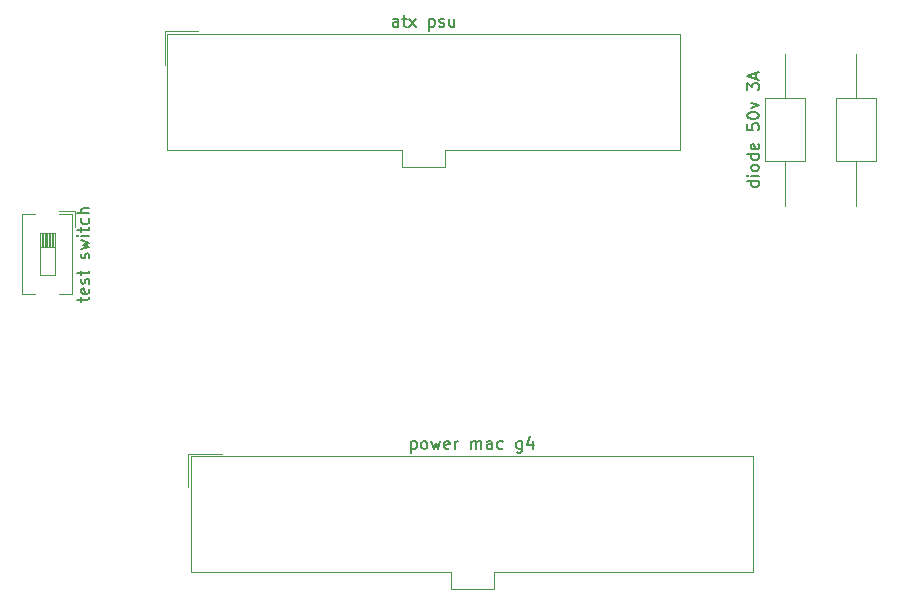
<source format=gbr>
%TF.GenerationSoftware,KiCad,Pcbnew,8.0.1*%
%TF.CreationDate,2024-05-07T20:14:08+02:00*%
%TF.ProjectId,atx,6174782e-6b69-4636-9164-5f7063625858,rev?*%
%TF.SameCoordinates,Original*%
%TF.FileFunction,Legend,Top*%
%TF.FilePolarity,Positive*%
%FSLAX46Y46*%
G04 Gerber Fmt 4.6, Leading zero omitted, Abs format (unit mm)*
G04 Created by KiCad (PCBNEW 8.0.1) date 2024-05-07 20:14:08*
%MOMM*%
%LPD*%
G01*
G04 APERTURE LIST*
%ADD10C,0.150000*%
%ADD11C,0.120000*%
G04 APERTURE END LIST*
D10*
X77398152Y-70033809D02*
X77398152Y-69652857D01*
X77064819Y-69890952D02*
X77921961Y-69890952D01*
X77921961Y-69890952D02*
X78017200Y-69843333D01*
X78017200Y-69843333D02*
X78064819Y-69748095D01*
X78064819Y-69748095D02*
X78064819Y-69652857D01*
X78017200Y-68938571D02*
X78064819Y-69033809D01*
X78064819Y-69033809D02*
X78064819Y-69224285D01*
X78064819Y-69224285D02*
X78017200Y-69319523D01*
X78017200Y-69319523D02*
X77921961Y-69367142D01*
X77921961Y-69367142D02*
X77541009Y-69367142D01*
X77541009Y-69367142D02*
X77445771Y-69319523D01*
X77445771Y-69319523D02*
X77398152Y-69224285D01*
X77398152Y-69224285D02*
X77398152Y-69033809D01*
X77398152Y-69033809D02*
X77445771Y-68938571D01*
X77445771Y-68938571D02*
X77541009Y-68890952D01*
X77541009Y-68890952D02*
X77636247Y-68890952D01*
X77636247Y-68890952D02*
X77731485Y-69367142D01*
X78017200Y-68509999D02*
X78064819Y-68414761D01*
X78064819Y-68414761D02*
X78064819Y-68224285D01*
X78064819Y-68224285D02*
X78017200Y-68129047D01*
X78017200Y-68129047D02*
X77921961Y-68081428D01*
X77921961Y-68081428D02*
X77874342Y-68081428D01*
X77874342Y-68081428D02*
X77779104Y-68129047D01*
X77779104Y-68129047D02*
X77731485Y-68224285D01*
X77731485Y-68224285D02*
X77731485Y-68367142D01*
X77731485Y-68367142D02*
X77683866Y-68462380D01*
X77683866Y-68462380D02*
X77588628Y-68509999D01*
X77588628Y-68509999D02*
X77541009Y-68509999D01*
X77541009Y-68509999D02*
X77445771Y-68462380D01*
X77445771Y-68462380D02*
X77398152Y-68367142D01*
X77398152Y-68367142D02*
X77398152Y-68224285D01*
X77398152Y-68224285D02*
X77445771Y-68129047D01*
X77398152Y-67795713D02*
X77398152Y-67414761D01*
X77064819Y-67652856D02*
X77921961Y-67652856D01*
X77921961Y-67652856D02*
X78017200Y-67605237D01*
X78017200Y-67605237D02*
X78064819Y-67509999D01*
X78064819Y-67509999D02*
X78064819Y-67414761D01*
X78017200Y-66367141D02*
X78064819Y-66271903D01*
X78064819Y-66271903D02*
X78064819Y-66081427D01*
X78064819Y-66081427D02*
X78017200Y-65986189D01*
X78017200Y-65986189D02*
X77921961Y-65938570D01*
X77921961Y-65938570D02*
X77874342Y-65938570D01*
X77874342Y-65938570D02*
X77779104Y-65986189D01*
X77779104Y-65986189D02*
X77731485Y-66081427D01*
X77731485Y-66081427D02*
X77731485Y-66224284D01*
X77731485Y-66224284D02*
X77683866Y-66319522D01*
X77683866Y-66319522D02*
X77588628Y-66367141D01*
X77588628Y-66367141D02*
X77541009Y-66367141D01*
X77541009Y-66367141D02*
X77445771Y-66319522D01*
X77445771Y-66319522D02*
X77398152Y-66224284D01*
X77398152Y-66224284D02*
X77398152Y-66081427D01*
X77398152Y-66081427D02*
X77445771Y-65986189D01*
X77398152Y-65605236D02*
X78064819Y-65414760D01*
X78064819Y-65414760D02*
X77588628Y-65224284D01*
X77588628Y-65224284D02*
X78064819Y-65033808D01*
X78064819Y-65033808D02*
X77398152Y-64843332D01*
X78064819Y-64462379D02*
X77398152Y-64462379D01*
X77064819Y-64462379D02*
X77112438Y-64509998D01*
X77112438Y-64509998D02*
X77160057Y-64462379D01*
X77160057Y-64462379D02*
X77112438Y-64414760D01*
X77112438Y-64414760D02*
X77064819Y-64462379D01*
X77064819Y-64462379D02*
X77160057Y-64462379D01*
X77398152Y-64129046D02*
X77398152Y-63748094D01*
X77064819Y-63986189D02*
X77921961Y-63986189D01*
X77921961Y-63986189D02*
X78017200Y-63938570D01*
X78017200Y-63938570D02*
X78064819Y-63843332D01*
X78064819Y-63843332D02*
X78064819Y-63748094D01*
X78017200Y-62986189D02*
X78064819Y-63081427D01*
X78064819Y-63081427D02*
X78064819Y-63271903D01*
X78064819Y-63271903D02*
X78017200Y-63367141D01*
X78017200Y-63367141D02*
X77969580Y-63414760D01*
X77969580Y-63414760D02*
X77874342Y-63462379D01*
X77874342Y-63462379D02*
X77588628Y-63462379D01*
X77588628Y-63462379D02*
X77493390Y-63414760D01*
X77493390Y-63414760D02*
X77445771Y-63367141D01*
X77445771Y-63367141D02*
X77398152Y-63271903D01*
X77398152Y-63271903D02*
X77398152Y-63081427D01*
X77398152Y-63081427D02*
X77445771Y-62986189D01*
X78064819Y-62557617D02*
X77064819Y-62557617D01*
X78064819Y-62129046D02*
X77541009Y-62129046D01*
X77541009Y-62129046D02*
X77445771Y-62176665D01*
X77445771Y-62176665D02*
X77398152Y-62271903D01*
X77398152Y-62271903D02*
X77398152Y-62414760D01*
X77398152Y-62414760D02*
X77445771Y-62509998D01*
X77445771Y-62509998D02*
X77493390Y-62557617D01*
X105333333Y-81838152D02*
X105333333Y-82838152D01*
X105333333Y-81885771D02*
X105428571Y-81838152D01*
X105428571Y-81838152D02*
X105619047Y-81838152D01*
X105619047Y-81838152D02*
X105714285Y-81885771D01*
X105714285Y-81885771D02*
X105761904Y-81933390D01*
X105761904Y-81933390D02*
X105809523Y-82028628D01*
X105809523Y-82028628D02*
X105809523Y-82314342D01*
X105809523Y-82314342D02*
X105761904Y-82409580D01*
X105761904Y-82409580D02*
X105714285Y-82457200D01*
X105714285Y-82457200D02*
X105619047Y-82504819D01*
X105619047Y-82504819D02*
X105428571Y-82504819D01*
X105428571Y-82504819D02*
X105333333Y-82457200D01*
X106380952Y-82504819D02*
X106285714Y-82457200D01*
X106285714Y-82457200D02*
X106238095Y-82409580D01*
X106238095Y-82409580D02*
X106190476Y-82314342D01*
X106190476Y-82314342D02*
X106190476Y-82028628D01*
X106190476Y-82028628D02*
X106238095Y-81933390D01*
X106238095Y-81933390D02*
X106285714Y-81885771D01*
X106285714Y-81885771D02*
X106380952Y-81838152D01*
X106380952Y-81838152D02*
X106523809Y-81838152D01*
X106523809Y-81838152D02*
X106619047Y-81885771D01*
X106619047Y-81885771D02*
X106666666Y-81933390D01*
X106666666Y-81933390D02*
X106714285Y-82028628D01*
X106714285Y-82028628D02*
X106714285Y-82314342D01*
X106714285Y-82314342D02*
X106666666Y-82409580D01*
X106666666Y-82409580D02*
X106619047Y-82457200D01*
X106619047Y-82457200D02*
X106523809Y-82504819D01*
X106523809Y-82504819D02*
X106380952Y-82504819D01*
X107047619Y-81838152D02*
X107238095Y-82504819D01*
X107238095Y-82504819D02*
X107428571Y-82028628D01*
X107428571Y-82028628D02*
X107619047Y-82504819D01*
X107619047Y-82504819D02*
X107809523Y-81838152D01*
X108571428Y-82457200D02*
X108476190Y-82504819D01*
X108476190Y-82504819D02*
X108285714Y-82504819D01*
X108285714Y-82504819D02*
X108190476Y-82457200D01*
X108190476Y-82457200D02*
X108142857Y-82361961D01*
X108142857Y-82361961D02*
X108142857Y-81981009D01*
X108142857Y-81981009D02*
X108190476Y-81885771D01*
X108190476Y-81885771D02*
X108285714Y-81838152D01*
X108285714Y-81838152D02*
X108476190Y-81838152D01*
X108476190Y-81838152D02*
X108571428Y-81885771D01*
X108571428Y-81885771D02*
X108619047Y-81981009D01*
X108619047Y-81981009D02*
X108619047Y-82076247D01*
X108619047Y-82076247D02*
X108142857Y-82171485D01*
X109047619Y-82504819D02*
X109047619Y-81838152D01*
X109047619Y-82028628D02*
X109095238Y-81933390D01*
X109095238Y-81933390D02*
X109142857Y-81885771D01*
X109142857Y-81885771D02*
X109238095Y-81838152D01*
X109238095Y-81838152D02*
X109333333Y-81838152D01*
X110428572Y-82504819D02*
X110428572Y-81838152D01*
X110428572Y-81933390D02*
X110476191Y-81885771D01*
X110476191Y-81885771D02*
X110571429Y-81838152D01*
X110571429Y-81838152D02*
X110714286Y-81838152D01*
X110714286Y-81838152D02*
X110809524Y-81885771D01*
X110809524Y-81885771D02*
X110857143Y-81981009D01*
X110857143Y-81981009D02*
X110857143Y-82504819D01*
X110857143Y-81981009D02*
X110904762Y-81885771D01*
X110904762Y-81885771D02*
X111000000Y-81838152D01*
X111000000Y-81838152D02*
X111142857Y-81838152D01*
X111142857Y-81838152D02*
X111238096Y-81885771D01*
X111238096Y-81885771D02*
X111285715Y-81981009D01*
X111285715Y-81981009D02*
X111285715Y-82504819D01*
X112190476Y-82504819D02*
X112190476Y-81981009D01*
X112190476Y-81981009D02*
X112142857Y-81885771D01*
X112142857Y-81885771D02*
X112047619Y-81838152D01*
X112047619Y-81838152D02*
X111857143Y-81838152D01*
X111857143Y-81838152D02*
X111761905Y-81885771D01*
X112190476Y-82457200D02*
X112095238Y-82504819D01*
X112095238Y-82504819D02*
X111857143Y-82504819D01*
X111857143Y-82504819D02*
X111761905Y-82457200D01*
X111761905Y-82457200D02*
X111714286Y-82361961D01*
X111714286Y-82361961D02*
X111714286Y-82266723D01*
X111714286Y-82266723D02*
X111761905Y-82171485D01*
X111761905Y-82171485D02*
X111857143Y-82123866D01*
X111857143Y-82123866D02*
X112095238Y-82123866D01*
X112095238Y-82123866D02*
X112190476Y-82076247D01*
X113095238Y-82457200D02*
X113000000Y-82504819D01*
X113000000Y-82504819D02*
X112809524Y-82504819D01*
X112809524Y-82504819D02*
X112714286Y-82457200D01*
X112714286Y-82457200D02*
X112666667Y-82409580D01*
X112666667Y-82409580D02*
X112619048Y-82314342D01*
X112619048Y-82314342D02*
X112619048Y-82028628D01*
X112619048Y-82028628D02*
X112666667Y-81933390D01*
X112666667Y-81933390D02*
X112714286Y-81885771D01*
X112714286Y-81885771D02*
X112809524Y-81838152D01*
X112809524Y-81838152D02*
X113000000Y-81838152D01*
X113000000Y-81838152D02*
X113095238Y-81885771D01*
X114714286Y-81838152D02*
X114714286Y-82647676D01*
X114714286Y-82647676D02*
X114666667Y-82742914D01*
X114666667Y-82742914D02*
X114619048Y-82790533D01*
X114619048Y-82790533D02*
X114523810Y-82838152D01*
X114523810Y-82838152D02*
X114380953Y-82838152D01*
X114380953Y-82838152D02*
X114285715Y-82790533D01*
X114714286Y-82457200D02*
X114619048Y-82504819D01*
X114619048Y-82504819D02*
X114428572Y-82504819D01*
X114428572Y-82504819D02*
X114333334Y-82457200D01*
X114333334Y-82457200D02*
X114285715Y-82409580D01*
X114285715Y-82409580D02*
X114238096Y-82314342D01*
X114238096Y-82314342D02*
X114238096Y-82028628D01*
X114238096Y-82028628D02*
X114285715Y-81933390D01*
X114285715Y-81933390D02*
X114333334Y-81885771D01*
X114333334Y-81885771D02*
X114428572Y-81838152D01*
X114428572Y-81838152D02*
X114619048Y-81838152D01*
X114619048Y-81838152D02*
X114714286Y-81885771D01*
X115619048Y-81838152D02*
X115619048Y-82504819D01*
X115380953Y-81457200D02*
X115142858Y-82171485D01*
X115142858Y-82171485D02*
X115761905Y-82171485D01*
X134784819Y-59857143D02*
X133784819Y-59857143D01*
X134737200Y-59857143D02*
X134784819Y-59952381D01*
X134784819Y-59952381D02*
X134784819Y-60142857D01*
X134784819Y-60142857D02*
X134737200Y-60238095D01*
X134737200Y-60238095D02*
X134689580Y-60285714D01*
X134689580Y-60285714D02*
X134594342Y-60333333D01*
X134594342Y-60333333D02*
X134308628Y-60333333D01*
X134308628Y-60333333D02*
X134213390Y-60285714D01*
X134213390Y-60285714D02*
X134165771Y-60238095D01*
X134165771Y-60238095D02*
X134118152Y-60142857D01*
X134118152Y-60142857D02*
X134118152Y-59952381D01*
X134118152Y-59952381D02*
X134165771Y-59857143D01*
X134784819Y-59380952D02*
X134118152Y-59380952D01*
X133784819Y-59380952D02*
X133832438Y-59428571D01*
X133832438Y-59428571D02*
X133880057Y-59380952D01*
X133880057Y-59380952D02*
X133832438Y-59333333D01*
X133832438Y-59333333D02*
X133784819Y-59380952D01*
X133784819Y-59380952D02*
X133880057Y-59380952D01*
X134784819Y-58761905D02*
X134737200Y-58857143D01*
X134737200Y-58857143D02*
X134689580Y-58904762D01*
X134689580Y-58904762D02*
X134594342Y-58952381D01*
X134594342Y-58952381D02*
X134308628Y-58952381D01*
X134308628Y-58952381D02*
X134213390Y-58904762D01*
X134213390Y-58904762D02*
X134165771Y-58857143D01*
X134165771Y-58857143D02*
X134118152Y-58761905D01*
X134118152Y-58761905D02*
X134118152Y-58619048D01*
X134118152Y-58619048D02*
X134165771Y-58523810D01*
X134165771Y-58523810D02*
X134213390Y-58476191D01*
X134213390Y-58476191D02*
X134308628Y-58428572D01*
X134308628Y-58428572D02*
X134594342Y-58428572D01*
X134594342Y-58428572D02*
X134689580Y-58476191D01*
X134689580Y-58476191D02*
X134737200Y-58523810D01*
X134737200Y-58523810D02*
X134784819Y-58619048D01*
X134784819Y-58619048D02*
X134784819Y-58761905D01*
X134784819Y-57571429D02*
X133784819Y-57571429D01*
X134737200Y-57571429D02*
X134784819Y-57666667D01*
X134784819Y-57666667D02*
X134784819Y-57857143D01*
X134784819Y-57857143D02*
X134737200Y-57952381D01*
X134737200Y-57952381D02*
X134689580Y-58000000D01*
X134689580Y-58000000D02*
X134594342Y-58047619D01*
X134594342Y-58047619D02*
X134308628Y-58047619D01*
X134308628Y-58047619D02*
X134213390Y-58000000D01*
X134213390Y-58000000D02*
X134165771Y-57952381D01*
X134165771Y-57952381D02*
X134118152Y-57857143D01*
X134118152Y-57857143D02*
X134118152Y-57666667D01*
X134118152Y-57666667D02*
X134165771Y-57571429D01*
X134737200Y-56714286D02*
X134784819Y-56809524D01*
X134784819Y-56809524D02*
X134784819Y-57000000D01*
X134784819Y-57000000D02*
X134737200Y-57095238D01*
X134737200Y-57095238D02*
X134641961Y-57142857D01*
X134641961Y-57142857D02*
X134261009Y-57142857D01*
X134261009Y-57142857D02*
X134165771Y-57095238D01*
X134165771Y-57095238D02*
X134118152Y-57000000D01*
X134118152Y-57000000D02*
X134118152Y-56809524D01*
X134118152Y-56809524D02*
X134165771Y-56714286D01*
X134165771Y-56714286D02*
X134261009Y-56666667D01*
X134261009Y-56666667D02*
X134356247Y-56666667D01*
X134356247Y-56666667D02*
X134451485Y-57142857D01*
X133784819Y-55000000D02*
X133784819Y-55476190D01*
X133784819Y-55476190D02*
X134261009Y-55523809D01*
X134261009Y-55523809D02*
X134213390Y-55476190D01*
X134213390Y-55476190D02*
X134165771Y-55380952D01*
X134165771Y-55380952D02*
X134165771Y-55142857D01*
X134165771Y-55142857D02*
X134213390Y-55047619D01*
X134213390Y-55047619D02*
X134261009Y-55000000D01*
X134261009Y-55000000D02*
X134356247Y-54952381D01*
X134356247Y-54952381D02*
X134594342Y-54952381D01*
X134594342Y-54952381D02*
X134689580Y-55000000D01*
X134689580Y-55000000D02*
X134737200Y-55047619D01*
X134737200Y-55047619D02*
X134784819Y-55142857D01*
X134784819Y-55142857D02*
X134784819Y-55380952D01*
X134784819Y-55380952D02*
X134737200Y-55476190D01*
X134737200Y-55476190D02*
X134689580Y-55523809D01*
X133784819Y-54333333D02*
X133784819Y-54238095D01*
X133784819Y-54238095D02*
X133832438Y-54142857D01*
X133832438Y-54142857D02*
X133880057Y-54095238D01*
X133880057Y-54095238D02*
X133975295Y-54047619D01*
X133975295Y-54047619D02*
X134165771Y-54000000D01*
X134165771Y-54000000D02*
X134403866Y-54000000D01*
X134403866Y-54000000D02*
X134594342Y-54047619D01*
X134594342Y-54047619D02*
X134689580Y-54095238D01*
X134689580Y-54095238D02*
X134737200Y-54142857D01*
X134737200Y-54142857D02*
X134784819Y-54238095D01*
X134784819Y-54238095D02*
X134784819Y-54333333D01*
X134784819Y-54333333D02*
X134737200Y-54428571D01*
X134737200Y-54428571D02*
X134689580Y-54476190D01*
X134689580Y-54476190D02*
X134594342Y-54523809D01*
X134594342Y-54523809D02*
X134403866Y-54571428D01*
X134403866Y-54571428D02*
X134165771Y-54571428D01*
X134165771Y-54571428D02*
X133975295Y-54523809D01*
X133975295Y-54523809D02*
X133880057Y-54476190D01*
X133880057Y-54476190D02*
X133832438Y-54428571D01*
X133832438Y-54428571D02*
X133784819Y-54333333D01*
X134118152Y-53666666D02*
X134784819Y-53428571D01*
X134784819Y-53428571D02*
X134118152Y-53190476D01*
X133784819Y-52142856D02*
X133784819Y-51523809D01*
X133784819Y-51523809D02*
X134165771Y-51857142D01*
X134165771Y-51857142D02*
X134165771Y-51714285D01*
X134165771Y-51714285D02*
X134213390Y-51619047D01*
X134213390Y-51619047D02*
X134261009Y-51571428D01*
X134261009Y-51571428D02*
X134356247Y-51523809D01*
X134356247Y-51523809D02*
X134594342Y-51523809D01*
X134594342Y-51523809D02*
X134689580Y-51571428D01*
X134689580Y-51571428D02*
X134737200Y-51619047D01*
X134737200Y-51619047D02*
X134784819Y-51714285D01*
X134784819Y-51714285D02*
X134784819Y-51999999D01*
X134784819Y-51999999D02*
X134737200Y-52095237D01*
X134737200Y-52095237D02*
X134689580Y-52142856D01*
X134499104Y-51142856D02*
X134499104Y-50666666D01*
X134784819Y-51238094D02*
X133784819Y-50904761D01*
X133784819Y-50904761D02*
X134784819Y-50571428D01*
X104233332Y-46754819D02*
X104233332Y-46231009D01*
X104233332Y-46231009D02*
X104185713Y-46135771D01*
X104185713Y-46135771D02*
X104090475Y-46088152D01*
X104090475Y-46088152D02*
X103899999Y-46088152D01*
X103899999Y-46088152D02*
X103804761Y-46135771D01*
X104233332Y-46707200D02*
X104138094Y-46754819D01*
X104138094Y-46754819D02*
X103899999Y-46754819D01*
X103899999Y-46754819D02*
X103804761Y-46707200D01*
X103804761Y-46707200D02*
X103757142Y-46611961D01*
X103757142Y-46611961D02*
X103757142Y-46516723D01*
X103757142Y-46516723D02*
X103804761Y-46421485D01*
X103804761Y-46421485D02*
X103899999Y-46373866D01*
X103899999Y-46373866D02*
X104138094Y-46373866D01*
X104138094Y-46373866D02*
X104233332Y-46326247D01*
X104566666Y-46088152D02*
X104947618Y-46088152D01*
X104709523Y-45754819D02*
X104709523Y-46611961D01*
X104709523Y-46611961D02*
X104757142Y-46707200D01*
X104757142Y-46707200D02*
X104852380Y-46754819D01*
X104852380Y-46754819D02*
X104947618Y-46754819D01*
X105185714Y-46754819D02*
X105709523Y-46088152D01*
X105185714Y-46088152D02*
X105709523Y-46754819D01*
X106852381Y-46088152D02*
X106852381Y-47088152D01*
X106852381Y-46135771D02*
X106947619Y-46088152D01*
X106947619Y-46088152D02*
X107138095Y-46088152D01*
X107138095Y-46088152D02*
X107233333Y-46135771D01*
X107233333Y-46135771D02*
X107280952Y-46183390D01*
X107280952Y-46183390D02*
X107328571Y-46278628D01*
X107328571Y-46278628D02*
X107328571Y-46564342D01*
X107328571Y-46564342D02*
X107280952Y-46659580D01*
X107280952Y-46659580D02*
X107233333Y-46707200D01*
X107233333Y-46707200D02*
X107138095Y-46754819D01*
X107138095Y-46754819D02*
X106947619Y-46754819D01*
X106947619Y-46754819D02*
X106852381Y-46707200D01*
X107709524Y-46707200D02*
X107804762Y-46754819D01*
X107804762Y-46754819D02*
X107995238Y-46754819D01*
X107995238Y-46754819D02*
X108090476Y-46707200D01*
X108090476Y-46707200D02*
X108138095Y-46611961D01*
X108138095Y-46611961D02*
X108138095Y-46564342D01*
X108138095Y-46564342D02*
X108090476Y-46469104D01*
X108090476Y-46469104D02*
X107995238Y-46421485D01*
X107995238Y-46421485D02*
X107852381Y-46421485D01*
X107852381Y-46421485D02*
X107757143Y-46373866D01*
X107757143Y-46373866D02*
X107709524Y-46278628D01*
X107709524Y-46278628D02*
X107709524Y-46231009D01*
X107709524Y-46231009D02*
X107757143Y-46135771D01*
X107757143Y-46135771D02*
X107852381Y-46088152D01*
X107852381Y-46088152D02*
X107995238Y-46088152D01*
X107995238Y-46088152D02*
X108090476Y-46135771D01*
X108995238Y-46088152D02*
X108995238Y-46754819D01*
X108566667Y-46088152D02*
X108566667Y-46611961D01*
X108566667Y-46611961D02*
X108614286Y-46707200D01*
X108614286Y-46707200D02*
X108709524Y-46754819D01*
X108709524Y-46754819D02*
X108852381Y-46754819D01*
X108852381Y-46754819D02*
X108947619Y-46707200D01*
X108947619Y-46707200D02*
X108995238Y-46659580D01*
D11*
%TO.C,test switch*%
X76850000Y-62360000D02*
X75540000Y-62360000D01*
X76850000Y-62360000D02*
X76850000Y-63743000D01*
X76610000Y-62600000D02*
X75540000Y-62600000D01*
X76610000Y-62600000D02*
X76610000Y-69421000D01*
X73460000Y-62600000D02*
X72390000Y-62600000D01*
X72390000Y-62600000D02*
X72390000Y-69421000D01*
X75135000Y-64200000D02*
X73865000Y-64200000D01*
X75015000Y-64200000D02*
X75015000Y-65406667D01*
X74895000Y-64200000D02*
X74895000Y-65406667D01*
X74775000Y-64200000D02*
X74775000Y-65406667D01*
X74655000Y-64200000D02*
X74655000Y-65406667D01*
X74535000Y-64200000D02*
X74535000Y-65406667D01*
X74415000Y-64200000D02*
X74415000Y-65406667D01*
X74295000Y-64200000D02*
X74295000Y-65406667D01*
X74175000Y-64200000D02*
X74175000Y-65406667D01*
X74055000Y-64200000D02*
X74055000Y-65406667D01*
X73935000Y-64200000D02*
X73935000Y-65406667D01*
X73865000Y-64200000D02*
X73865000Y-67820000D01*
X75135000Y-65406667D02*
X73865000Y-65406667D01*
X75135000Y-67820000D02*
X75135000Y-64200000D01*
X73865000Y-67820000D02*
X75135000Y-67820000D01*
X76610000Y-69421000D02*
X75490000Y-69421000D01*
X73510000Y-69421000D02*
X72390000Y-69421000D01*
%TO.C,power mac g4*%
X86450000Y-82900000D02*
X86450000Y-85750000D01*
X86690000Y-83140000D02*
X86690000Y-92960000D01*
X86690000Y-92960000D02*
X108690000Y-92960000D01*
X89300000Y-82900000D02*
X86450000Y-82900000D01*
X108690000Y-92960000D02*
X108690000Y-94360000D01*
X108690000Y-94360000D02*
X110500000Y-94360000D01*
X110500000Y-83140000D02*
X86690000Y-83140000D01*
X110500000Y-83140000D02*
X134310000Y-83140000D01*
X112310000Y-92960000D02*
X112310000Y-94360000D01*
X112310000Y-94360000D02*
X110500000Y-94360000D01*
X134310000Y-83140000D02*
X134310000Y-92960000D01*
X134310000Y-92960000D02*
X112310000Y-92960000D01*
%TO.C,diode 50v 3A*%
X137000000Y-61960000D02*
X137000000Y-58170000D01*
X135330000Y-58170000D02*
X138670000Y-58170000D01*
X138670000Y-58170000D02*
X138670000Y-52830000D01*
X135330000Y-52830000D02*
X135330000Y-58170000D01*
X138670000Y-52830000D02*
X135330000Y-52830000D01*
X137000000Y-49040000D02*
X137000000Y-52830000D01*
X141330000Y-52830000D02*
X141330000Y-58170000D01*
X141330000Y-58170000D02*
X144670000Y-58170000D01*
X143000000Y-49040000D02*
X143000000Y-52830000D01*
X143000000Y-61960000D02*
X143000000Y-58170000D01*
X144670000Y-52830000D02*
X141330000Y-52830000D01*
X144670000Y-58170000D02*
X144670000Y-52830000D01*
%TO.C,atx psu*%
X128110000Y-57210000D02*
X108210000Y-57210000D01*
X128110000Y-47390000D02*
X128110000Y-57210000D01*
X108210000Y-58610000D02*
X106400000Y-58610000D01*
X108210000Y-57210000D02*
X108210000Y-58610000D01*
X106400000Y-47390000D02*
X128110000Y-47390000D01*
X106400000Y-47390000D02*
X84690000Y-47390000D01*
X104590000Y-58610000D02*
X106400000Y-58610000D01*
X104590000Y-57210000D02*
X104590000Y-58610000D01*
X87300000Y-47150000D02*
X84450000Y-47150000D01*
X84690000Y-57210000D02*
X104590000Y-57210000D01*
X84690000Y-47390000D02*
X84690000Y-57210000D01*
X84450000Y-47150000D02*
X84450000Y-50000000D01*
%TD*%
M02*

</source>
